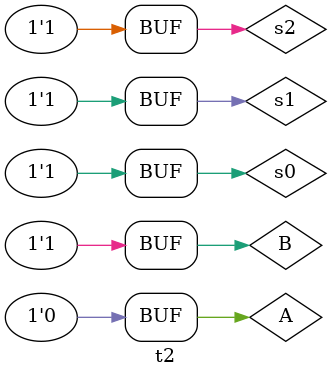
<source format=v>
`timescale 1ns / 1ps


module t2;

	// Inputs
	reg s0;
	reg s1;
	reg s2;
	reg A;
	reg B;

	// Outputs
	wire E;

	// Instantiate the Unit Under Test (UUT)
	SecondDiag uut (
		.s0(s0), 
		.s1(s1), 
		.s2(s2), 
		.A(A), 
		.B(B), 
		.E(E)
	);

	initial begin
		// Initialize Inputs
		s0 = 1;
		s1 = 1;
		s2 = 1;
		A = 0;
		B = 1;

		// Wait 100 ns for global reset to finish
		#100;
        
		// Add stimulus here

	end
      
endmodule


</source>
